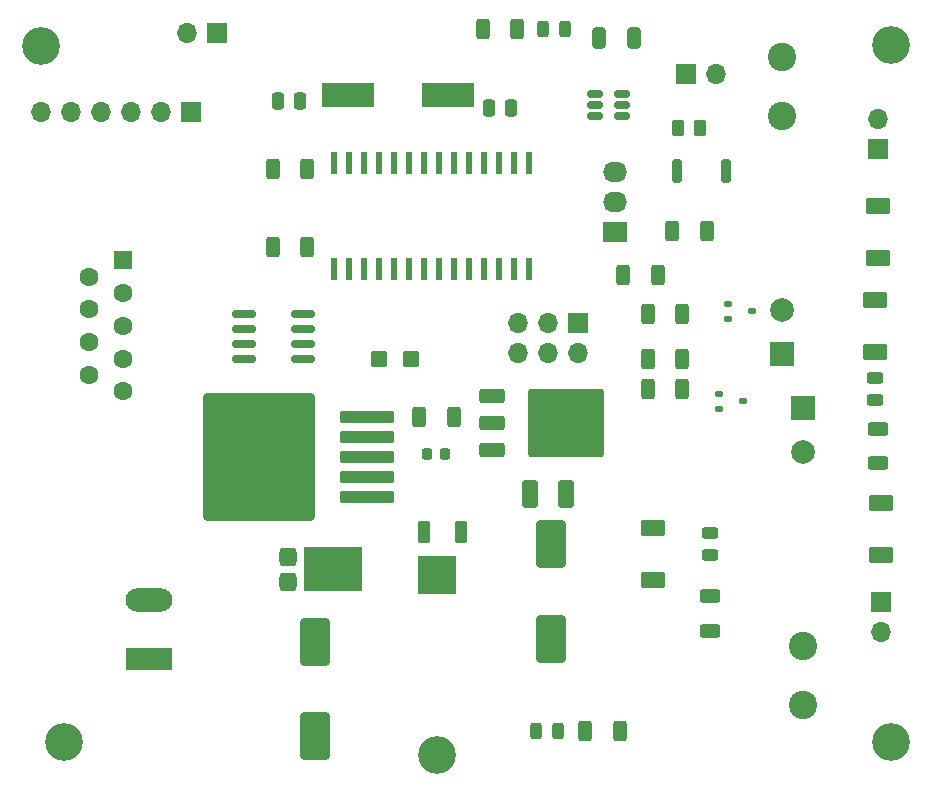
<source format=gbr>
%TF.GenerationSoftware,KiCad,Pcbnew,8.0.9*%
%TF.CreationDate,2025-04-23T13:20:28+02:00*%
%TF.ProjectId,Dijous_D_Combustible,44696a6f-7573-45f4-945f-436f6d627573,rev?*%
%TF.SameCoordinates,Original*%
%TF.FileFunction,Soldermask,Top*%
%TF.FilePolarity,Negative*%
%FSLAX46Y46*%
G04 Gerber Fmt 4.6, Leading zero omitted, Abs format (unit mm)*
G04 Created by KiCad (PCBNEW 8.0.9) date 2025-04-23 13:20:28*
%MOMM*%
%LPD*%
G01*
G04 APERTURE LIST*
G04 Aperture macros list*
%AMRoundRect*
0 Rectangle with rounded corners*
0 $1 Rounding radius*
0 $2 $3 $4 $5 $6 $7 $8 $9 X,Y pos of 4 corners*
0 Add a 4 corners polygon primitive as box body*
4,1,4,$2,$3,$4,$5,$6,$7,$8,$9,$2,$3,0*
0 Add four circle primitives for the rounded corners*
1,1,$1+$1,$2,$3*
1,1,$1+$1,$4,$5*
1,1,$1+$1,$6,$7*
1,1,$1+$1,$8,$9*
0 Add four rect primitives between the rounded corners*
20,1,$1+$1,$2,$3,$4,$5,0*
20,1,$1+$1,$4,$5,$6,$7,0*
20,1,$1+$1,$6,$7,$8,$9,0*
20,1,$1+$1,$8,$9,$2,$3,0*%
G04 Aperture macros list end*
%ADD10RoundRect,0.250000X-0.850000X-0.350000X0.850000X-0.350000X0.850000X0.350000X-0.850000X0.350000X0*%
%ADD11RoundRect,0.249997X-2.950003X-2.650003X2.950003X-2.650003X2.950003X2.650003X-2.950003X2.650003X0*%
%ADD12RoundRect,0.250000X0.800000X-0.450000X0.800000X0.450000X-0.800000X0.450000X-0.800000X-0.450000X0*%
%ADD13RoundRect,0.250000X-0.325000X-0.650000X0.325000X-0.650000X0.325000X0.650000X-0.325000X0.650000X0*%
%ADD14R,0.558000X1.969999*%
%ADD15R,3.200000X3.200000*%
%ADD16O,3.200000X3.200000*%
%ADD17RoundRect,0.243750X-0.243750X-0.456250X0.243750X-0.456250X0.243750X0.456250X-0.243750X0.456250X0*%
%ADD18RoundRect,0.250000X-0.412500X-0.925000X0.412500X-0.925000X0.412500X0.925000X-0.412500X0.925000X0*%
%ADD19RoundRect,0.250000X-0.800000X0.450000X-0.800000X-0.450000X0.800000X-0.450000X0.800000X0.450000X0*%
%ADD20C,3.200000*%
%ADD21RoundRect,0.112500X-0.237500X0.112500X-0.237500X-0.112500X0.237500X-0.112500X0.237500X0.112500X0*%
%ADD22RoundRect,0.250000X-0.312500X-0.625000X0.312500X-0.625000X0.312500X0.625000X-0.312500X0.625000X0*%
%ADD23RoundRect,0.225000X-0.225000X-0.250000X0.225000X-0.250000X0.225000X0.250000X-0.225000X0.250000X0*%
%ADD24RoundRect,0.250000X-0.250000X-0.475000X0.250000X-0.475000X0.250000X0.475000X-0.250000X0.475000X0*%
%ADD25RoundRect,0.243750X-0.456250X0.243750X-0.456250X-0.243750X0.456250X-0.243750X0.456250X0.243750X0*%
%ADD26RoundRect,0.250000X0.312500X0.625000X-0.312500X0.625000X-0.312500X-0.625000X0.312500X-0.625000X0*%
%ADD27RoundRect,0.250000X0.625000X-0.312500X0.625000X0.312500X-0.625000X0.312500X-0.625000X-0.312500X0*%
%ADD28R,1.700000X1.700000*%
%ADD29O,1.700000X1.700000*%
%ADD30RoundRect,0.150000X0.825000X0.150000X-0.825000X0.150000X-0.825000X-0.150000X0.825000X-0.150000X0*%
%ADD31RoundRect,0.250000X2.050000X0.300000X-2.050000X0.300000X-2.050000X-0.300000X2.050000X-0.300000X0*%
%ADD32RoundRect,0.250002X4.449998X5.149998X-4.449998X5.149998X-4.449998X-5.149998X4.449998X-5.149998X0*%
%ADD33R,2.030000X1.730000*%
%ADD34O,2.030000X1.730000*%
%ADD35RoundRect,0.200000X-0.200000X-0.800000X0.200000X-0.800000X0.200000X0.800000X-0.200000X0.800000X0*%
%ADD36C,2.400000*%
%ADD37R,2.000000X2.000000*%
%ADD38C,2.000000*%
%ADD39RoundRect,0.250000X0.262500X0.450000X-0.262500X0.450000X-0.262500X-0.450000X0.262500X-0.450000X0*%
%ADD40R,4.500000X2.000000*%
%ADD41RoundRect,0.250000X-1.000000X1.750000X-1.000000X-1.750000X1.000000X-1.750000X1.000000X1.750000X0*%
%ADD42RoundRect,0.250000X0.275000X0.700000X-0.275000X0.700000X-0.275000X-0.700000X0.275000X-0.700000X0*%
%ADD43R,1.600000X1.600000*%
%ADD44C,1.600000*%
%ADD45RoundRect,0.150000X-0.512500X-0.150000X0.512500X-0.150000X0.512500X0.150000X-0.512500X0.150000X0*%
%ADD46RoundRect,0.360000X0.360000X0.440000X-0.360000X0.440000X-0.360000X-0.440000X0.360000X-0.440000X0*%
%ADD47R,4.960000X3.800000*%
%ADD48RoundRect,0.250000X-0.450000X-0.425000X0.450000X-0.425000X0.450000X0.425000X-0.450000X0.425000X0*%
%ADD49R,3.960000X1.980000*%
%ADD50O,3.960000X1.980000*%
G04 APERTURE END LIST*
D10*
%TO.C,U4*%
X170220000Y-104720000D03*
X170220000Y-107000000D03*
D11*
X176520000Y-107000000D03*
D10*
X170220000Y-109280000D03*
%TD*%
D12*
%TO.C,D10*%
X203200000Y-118192000D03*
X203200000Y-113792000D03*
%TD*%
D13*
%TO.C,C11*%
X179324000Y-74422000D03*
X182274000Y-74422000D03*
%TD*%
D14*
%TO.C,U3*%
X173405000Y-84948800D03*
X172135000Y-84948800D03*
X170865000Y-84948800D03*
X169595000Y-84948800D03*
X168325000Y-84948800D03*
X167055000Y-84948800D03*
X165785000Y-84948800D03*
X164515000Y-84948800D03*
X163245000Y-84948800D03*
X161975000Y-84948800D03*
X160705000Y-84948800D03*
X159435000Y-84948800D03*
X158165000Y-84948800D03*
X156895000Y-84948800D03*
X156895000Y-93991200D03*
X158165000Y-93991200D03*
X159435000Y-93991200D03*
X160705000Y-93991200D03*
X161975000Y-93991200D03*
X163245000Y-93991200D03*
X164515000Y-93991200D03*
X165785000Y-93991200D03*
X167055000Y-93991200D03*
X168325000Y-93991200D03*
X169595000Y-93991200D03*
X170865000Y-93991200D03*
X172135000Y-93991200D03*
X173405000Y-93991200D03*
%TD*%
D15*
%TO.C,D2*%
X165608000Y-119888000D03*
D16*
X165608000Y-135128000D03*
%TD*%
D17*
%TO.C,D4*%
X174576500Y-73660000D03*
X176451500Y-73660000D03*
%TD*%
D18*
%TO.C,C8*%
X173462500Y-113000000D03*
X176537500Y-113000000D03*
%TD*%
D19*
%TO.C,D9*%
X202946000Y-88646000D03*
X202946000Y-93046000D03*
%TD*%
D20*
%TO.C,REF\u002A\u002A*%
X132080000Y-75057000D03*
%TD*%
D21*
%TO.C,Q1*%
X189500000Y-104506000D03*
X189500000Y-105806000D03*
X191500000Y-105156000D03*
%TD*%
D22*
%TO.C,R9*%
X151699500Y-92075000D03*
X154624500Y-92075000D03*
%TD*%
D17*
%TO.C,D3*%
X173975000Y-133062500D03*
X175850000Y-133062500D03*
%TD*%
D19*
%TO.C,D8*%
X202692000Y-96606000D03*
X202692000Y-101006000D03*
%TD*%
D23*
%TO.C,C6*%
X164725000Y-109650000D03*
X166275000Y-109650000D03*
%TD*%
D22*
%TO.C,R10*%
X151699500Y-85471000D03*
X154624500Y-85471000D03*
%TD*%
%TO.C,R14*%
X183449500Y-101600000D03*
X186374500Y-101600000D03*
%TD*%
D24*
%TO.C,C5*%
X152100000Y-79756000D03*
X154000000Y-79756000D03*
%TD*%
D25*
%TO.C,D7*%
X202692000Y-103202500D03*
X202692000Y-105077500D03*
%TD*%
D22*
%TO.C,R7*%
X185537500Y-90750000D03*
X188462500Y-90750000D03*
%TD*%
D26*
%TO.C,R11*%
X181062500Y-133062500D03*
X178137500Y-133062500D03*
%TD*%
D21*
%TO.C,Q2*%
X190262000Y-96886000D03*
X190262000Y-98186000D03*
X192262000Y-97536000D03*
%TD*%
D27*
%TO.C,R16*%
X202946000Y-110428500D03*
X202946000Y-107503500D03*
%TD*%
D28*
%TO.C,J6*%
X202946000Y-83820000D03*
D29*
X202946000Y-81280000D03*
%TD*%
D22*
%TO.C,R6*%
X164075000Y-106500000D03*
X167000000Y-106500000D03*
%TD*%
D20*
%TO.C,REF\u002A\u002A*%
X134000000Y-134000000D03*
%TD*%
D12*
%TO.C,D6*%
X183896000Y-120310000D03*
X183896000Y-115910000D03*
%TD*%
D20*
%TO.C,REF\u002A\u002A*%
X204000000Y-134000000D03*
%TD*%
D30*
%TO.C,U1*%
X154240000Y-101600000D03*
X154240000Y-100330000D03*
X154240000Y-99060000D03*
X154240000Y-97790000D03*
X149290000Y-97790000D03*
X149290000Y-99060000D03*
X149290000Y-100330000D03*
X149290000Y-101600000D03*
%TD*%
D31*
%TO.C,U2*%
X159645000Y-113255000D03*
X159645000Y-111555000D03*
X159645000Y-109855000D03*
D32*
X150495000Y-109855000D03*
D31*
X159645000Y-108155000D03*
X159645000Y-106455000D03*
%TD*%
D22*
%TO.C,R17*%
X181356000Y-94488000D03*
X184281000Y-94488000D03*
%TD*%
D28*
%TO.C,J8*%
X144780000Y-80645000D03*
D29*
X142240000Y-80645000D03*
X139700000Y-80645000D03*
X137160000Y-80645000D03*
X134620000Y-80645000D03*
X132080000Y-80645000D03*
%TD*%
D33*
%TO.C,JP1*%
X180705000Y-90805000D03*
D34*
X180705000Y-88265000D03*
X180705000Y-85725000D03*
%TD*%
D26*
%TO.C,R12*%
X172416000Y-73660000D03*
X169491000Y-73660000D03*
%TD*%
D35*
%TO.C,SW1*%
X185905000Y-85670000D03*
X190105000Y-85670000D03*
%TD*%
D36*
%TO.C,K2*%
X194818000Y-81026000D03*
X194818000Y-75986000D03*
D37*
X194818000Y-101186000D03*
D38*
X194818000Y-97406000D03*
%TD*%
D39*
%TO.C,R19*%
X187856500Y-82042000D03*
X186031500Y-82042000D03*
%TD*%
D25*
%TO.C,D5*%
X188722000Y-116332000D03*
X188722000Y-118207000D03*
%TD*%
D28*
%TO.C,J7*%
X186685000Y-77470000D03*
D29*
X189225000Y-77470000D03*
%TD*%
D40*
%TO.C,Y1*%
X166556000Y-79248000D03*
X158056000Y-79248000D03*
%TD*%
D41*
%TO.C,C2*%
X155305000Y-125540000D03*
X155305000Y-133540000D03*
%TD*%
D42*
%TO.C,L1*%
X167675000Y-116205000D03*
X164525000Y-116205000D03*
%TD*%
D28*
%TO.C,J2*%
X147000000Y-74000000D03*
D29*
X144460000Y-74000000D03*
%TD*%
D22*
%TO.C,R15*%
X183449500Y-104140000D03*
X186374500Y-104140000D03*
%TD*%
D41*
%TO.C,C7*%
X175260000Y-117285000D03*
X175260000Y-125285000D03*
%TD*%
D22*
%TO.C,R18*%
X183449500Y-97790000D03*
X186374500Y-97790000D03*
%TD*%
D28*
%TO.C,J5*%
X203200000Y-122192000D03*
D29*
X203200000Y-124732000D03*
%TD*%
D28*
%TO.C,J3*%
X177546000Y-98552000D03*
D29*
X177546000Y-101092000D03*
X175006000Y-98552000D03*
X175006000Y-101092000D03*
X172466000Y-98552000D03*
X172466000Y-101092000D03*
%TD*%
D24*
%TO.C,C3*%
X170005000Y-80300000D03*
X171905000Y-80300000D03*
%TD*%
D20*
%TO.C,REF\u002A\u002A*%
X204000000Y-75000000D03*
%TD*%
D36*
%TO.C,K1*%
X196596000Y-125854000D03*
X196596000Y-130894000D03*
D37*
X196596000Y-105694000D03*
D38*
X196596000Y-109474000D03*
%TD*%
D43*
%TO.C,J4*%
X139000000Y-93230000D03*
D44*
X139000000Y-96000000D03*
X139000000Y-98770000D03*
X139000000Y-101540000D03*
X139000000Y-104310000D03*
X136160000Y-94615000D03*
X136160000Y-97385000D03*
X136160000Y-100155000D03*
X136160000Y-102925000D03*
%TD*%
D45*
%TO.C,U5*%
X178948500Y-79141000D03*
X178948500Y-80091000D03*
X178948500Y-81041000D03*
X181223500Y-81041000D03*
X181223500Y-80091000D03*
X181223500Y-79141000D03*
%TD*%
D46*
%TO.C,D1*%
X153000000Y-118315000D03*
X153000000Y-120445000D03*
D47*
X156800000Y-119380000D03*
%TD*%
D27*
%TO.C,R13*%
X188722000Y-124574000D03*
X188722000Y-121649000D03*
%TD*%
D48*
%TO.C,C10*%
X160726000Y-101624000D03*
X163426000Y-101624000D03*
%TD*%
D49*
%TO.C,J1*%
X141224000Y-126971000D03*
D50*
X141224000Y-121971000D03*
%TD*%
M02*

</source>
